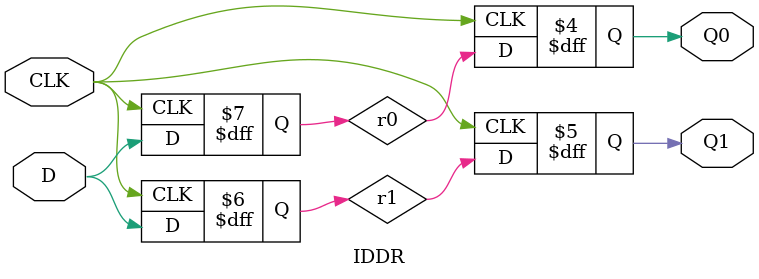
<source format=v>

module IDDR(
	input wire CLK,
	input wire D,
	output reg Q0,
	output reg Q1
);

reg r0;
reg r1;

always @(posedge CLK)
	r0 <= D;

always @(negedge CLK)
	r1 <= D;

always @(posedge CLK)
begin
	Q0 <= r0;
	Q1 <= r1;
end

endmodule

</source>
